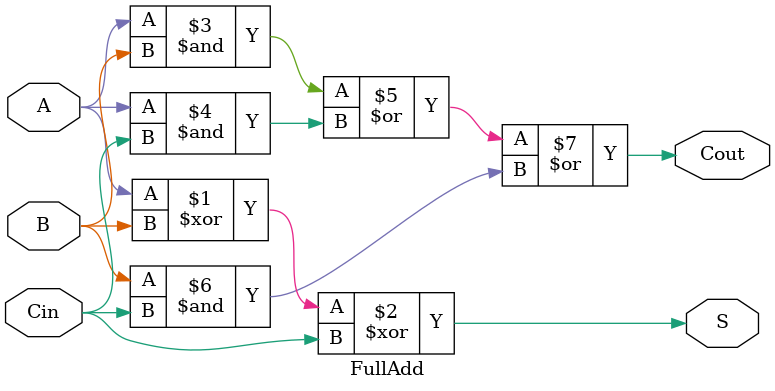
<source format=v>
module Adder(LEDR, SW);
  
  input [9:0] SW;
  output [9:0] LEDR;
  wire [2:0] W;
  
  FullAdd x1(.Cin(SW[8]), .A(SW[4]), .B(SW[0]), .Cout(W[0]), .S(LEDR[0]));
  FullAdd x2(.Cin(W[0]), .A(SW[5]), .B(SW[1]), .Cout(W[1]), .S(LEDR[1]));
  FullAdd x3(.Cin(W[1]), .A(SW[6]), .B(SW[2]), .Cout(W[2]), .S(LEDR[2]));
  FullAdd x4(.Cin(W[2]), .A(SW[7]), .B(SW[3]), .Cout(LEDR[9]), .S(LEDR[3]));

endmodule
  
module FullAdd(Cin, A, B, S, Cout);

  input Cin, A, B;
  output S, Cout;
  
  assign S = A^B^Cin;
  assign Cout = (A&B)|(A&Cin)|(B&Cin);
  
endmodule
</source>
